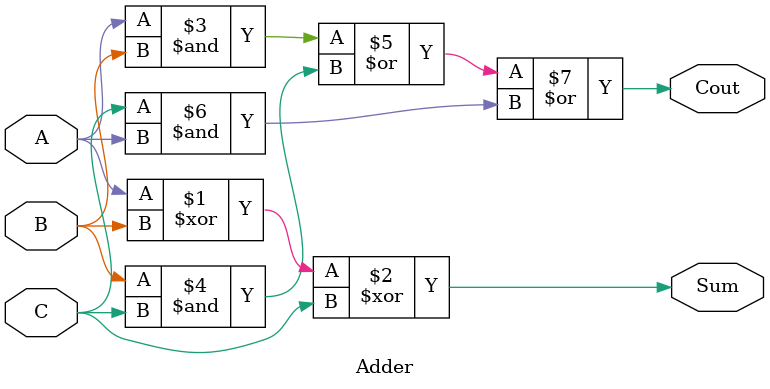
<source format=v>
`timescale 1ns / 1ps


module Adder(
    output Cout,
    output Sum,
    input A,
    input B,
    input C
    );
    assign Sum =A^B^C;
    assign Cout =(A&B)|(B&C)|(C&A);
endmodule

</source>
